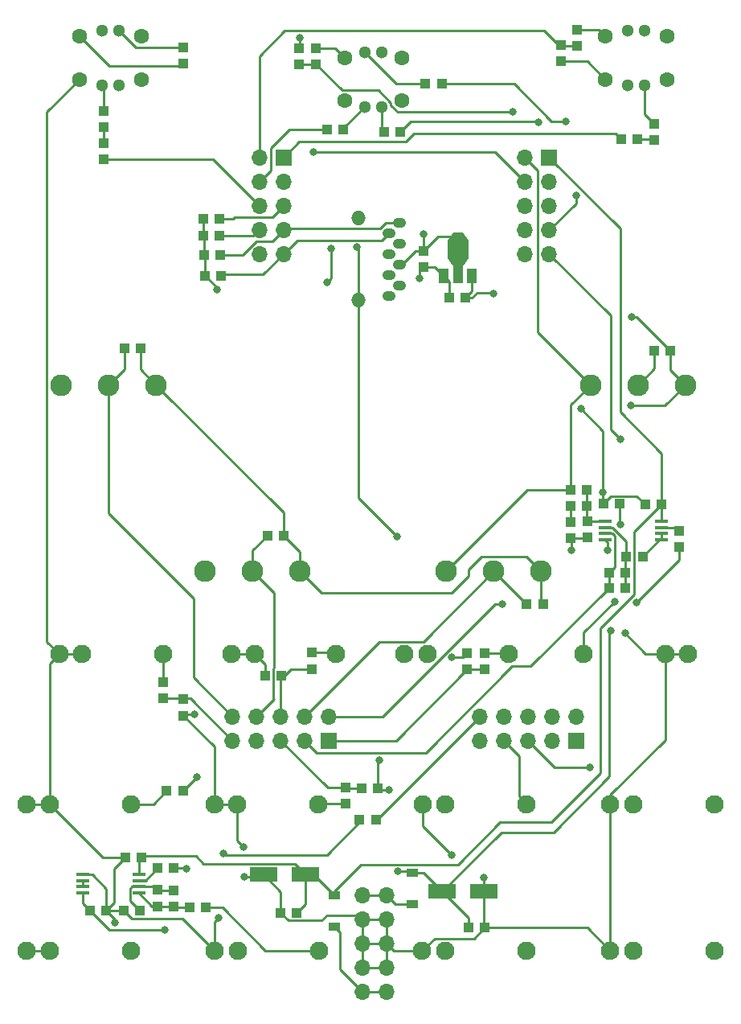
<source format=gbr>
G04 #@! TF.GenerationSoftware,KiCad,Pcbnew,7.0.1-0*
G04 #@! TF.CreationDate,2023-04-06T10:22:02-07:00*
G04 #@! TF.ProjectId,Sampler-built,53616d70-6c65-4722-9d62-75696c742e6b,rev?*
G04 #@! TF.SameCoordinates,PXb71b00PY73f50f0*
G04 #@! TF.FileFunction,Copper,L1,Top*
G04 #@! TF.FilePolarity,Positive*
%FSLAX46Y46*%
G04 Gerber Fmt 4.6, Leading zero omitted, Abs format (unit mm)*
G04 Created by KiCad (PCBNEW 7.0.1-0) date 2023-04-06 10:22:02*
%MOMM*%
%LPD*%
G01*
G04 APERTURE LIST*
G04 Aperture macros list*
%AMOutline4P*
0 Free polygon, 4 corners , with rotation*
0 The origin of the aperture is its center*
0 number of corners: always 4*
0 $1 to $8 corner X, Y*
0 $9 Rotation angle, in degrees counterclockwise*
0 create outline with 4 corners*
4,1,4,$1,$2,$3,$4,$5,$6,$7,$8,$1,$2,$9*%
G04 Aperture macros list end*
G04 #@! TA.AperFunction,SMDPad,CuDef*
%ADD10R,1.000000X1.000000*%
G04 #@! TD*
G04 #@! TA.AperFunction,SMDPad,CuDef*
%ADD11R,1.200000X0.900000*%
G04 #@! TD*
G04 #@! TA.AperFunction,ComponentPad*
%ADD12R,1.700000X1.700000*%
G04 #@! TD*
G04 #@! TA.AperFunction,ComponentPad*
%ADD13O,1.700000X1.700000*%
G04 #@! TD*
G04 #@! TA.AperFunction,SMDPad,CuDef*
%ADD14R,3.000000X1.600000*%
G04 #@! TD*
G04 #@! TA.AperFunction,SMDPad,CuDef*
%ADD15R,1.450000X0.450000*%
G04 #@! TD*
G04 #@! TA.AperFunction,SMDPad,CuDef*
%ADD16R,1.000000X1.500000*%
G04 #@! TD*
G04 #@! TA.AperFunction,SMDPad,CuDef*
%ADD17R,1.000000X1.800000*%
G04 #@! TD*
G04 #@! TA.AperFunction,SMDPad,CuDef*
%ADD18Outline4P,-1.100000X-0.500000X1.100000X-0.500000X0.400000X0.500000X-0.400000X0.500000X180.000000*%
G04 #@! TD*
G04 #@! TA.AperFunction,SMDPad,CuDef*
%ADD19R,2.200000X1.840000*%
G04 #@! TD*
G04 #@! TA.AperFunction,SMDPad,CuDef*
%ADD20Outline4P,-1.100000X-0.425000X1.100000X-0.425000X0.500000X0.425000X-0.500000X0.425000X0.000000*%
G04 #@! TD*
G04 #@! TA.AperFunction,ComponentPad*
%ADD21C,1.930400*%
G04 #@! TD*
G04 #@! TA.AperFunction,ComponentPad*
%ADD22C,1.600000*%
G04 #@! TD*
G04 #@! TA.AperFunction,ComponentPad*
%ADD23C,1.300000*%
G04 #@! TD*
G04 #@! TA.AperFunction,ComponentPad*
%ADD24O,1.397000X1.092200*%
G04 #@! TD*
G04 #@! TA.AperFunction,ComponentPad*
%ADD25O,1.524000X1.524000*%
G04 #@! TD*
G04 #@! TA.AperFunction,ComponentPad*
%ADD26C,2.286000*%
G04 #@! TD*
G04 #@! TA.AperFunction,ViaPad*
%ADD27C,0.800000*%
G04 #@! TD*
G04 #@! TA.AperFunction,Conductor*
%ADD28C,0.250000*%
G04 #@! TD*
G04 APERTURE END LIST*
D10*
G04 #@! TO.P,C7,1*
G04 #@! TO.N,+12V*
X49060000Y10330000D03*
G04 #@! TO.P,C7,2*
G04 #@! TO.N,GND*
X50760000Y10330000D03*
G04 #@! TD*
G04 #@! TO.P,C17,1*
G04 #@! TO.N,/D12*
X31200000Y101210000D03*
G04 #@! TO.P,C17,2*
G04 #@! TO.N,GND*
X31200000Y102910000D03*
G04 #@! TD*
G04 #@! TO.P,R26,1*
G04 #@! TO.N,Net-(PLAY_BUT1-POLE-A)*
X33000000Y102910000D03*
G04 #@! TO.P,R26,2*
G04 #@! TO.N,/D12*
X33000000Y101210000D03*
G04 #@! TD*
G04 #@! TO.P,R2,1*
G04 #@! TO.N,Net-(J1-SIG)*
X50710000Y39230000D03*
G04 #@! TO.P,R2,2*
G04 #@! TO.N,/A0*
X50710000Y37530000D03*
G04 #@! TD*
G04 #@! TO.P,R37,1*
G04 #@! TO.N,Net-(R37-Pad1)*
X59760000Y54710000D03*
G04 #@! TO.P,R37,2*
G04 #@! TO.N,Net-(U1B-+)*
X61460000Y54710000D03*
G04 #@! TD*
D11*
G04 #@! TO.P,D2,1,K*
G04 #@! TO.N,Net-(D2-K)*
X34870000Y10420000D03*
G04 #@! TO.P,D2,2,A*
G04 #@! TO.N,-12VA*
X34870000Y13720000D03*
G04 #@! TD*
D10*
G04 #@! TO.P,R33,1*
G04 #@! TO.N,Net-(J13-SIG)*
X36050000Y23370000D03*
G04 #@! TO.P,R33,2*
G04 #@! TO.N,/A4*
X36050000Y25070000D03*
G04 #@! TD*
D12*
G04 #@! TO.P,JC1,1,+12V*
G04 #@! TO.N,/A0*
X34351978Y30026200D03*
D13*
G04 #@! TO.P,JC1,2,+12V*
G04 #@! TO.N,/A1*
X34351978Y32566200D03*
G04 #@! TO.P,JC1,3,GND*
G04 #@! TO.N,/A2*
X31811978Y30026200D03*
G04 #@! TO.P,JC1,4,GND*
G04 #@! TO.N,/A3*
X31811978Y32566200D03*
G04 #@! TO.P,JC1,5,GND*
G04 #@! TO.N,/A4*
X29271978Y30026200D03*
G04 #@! TO.P,JC1,6,GND*
G04 #@! TO.N,/A5*
X29271978Y32566200D03*
G04 #@! TO.P,JC1,7,GND*
G04 #@! TO.N,/A6*
X26731978Y30026200D03*
G04 #@! TO.P,JC1,8,GND*
G04 #@! TO.N,/A7*
X26731978Y32566200D03*
G04 #@! TO.P,JC1,9,-12V*
G04 #@! TO.N,/A8*
X24191978Y30026200D03*
G04 #@! TO.P,JC1,10,-12V*
G04 #@! TO.N,/A9*
X24191978Y32566200D03*
G04 #@! TD*
D10*
G04 #@! TO.P,R16,1*
G04 #@! TO.N,Net-(R16-Pad1)*
X68600000Y93260000D03*
G04 #@! TO.P,R16,2*
G04 #@! TO.N,Net-(Bank_But1-B)*
X68600000Y94960000D03*
G04 #@! TD*
G04 #@! TO.P,C1,1*
G04 #@! TO.N,/A1*
X68620000Y71040000D03*
G04 #@! TO.P,C1,2*
G04 #@! TO.N,GNDADC*
X70320000Y71040000D03*
G04 #@! TD*
D14*
G04 #@! TO.P,C4,1*
G04 #@! TO.N,+12V*
X46260000Y14130000D03*
G04 #@! TO.P,C4,2*
G04 #@! TO.N,GND*
X50660000Y14130000D03*
G04 #@! TD*
D10*
G04 #@! TO.P,R5,1*
G04 #@! TO.N,GND*
X48870000Y39200000D03*
G04 #@! TO.P,R5,2*
G04 #@! TO.N,/A0*
X48870000Y37500000D03*
G04 #@! TD*
G04 #@! TO.P,R14,1*
G04 #@! TO.N,Net-(U2A--)*
X16310000Y14290000D03*
G04 #@! TO.P,R14,2*
G04 #@! TO.N,Net-(C11-Pad2)*
X16310000Y12590000D03*
G04 #@! TD*
G04 #@! TO.P,R25,1*
G04 #@! TO.N,Net-(Bank_But1-POLE-A)*
X60490000Y104840000D03*
G04 #@! TO.P,R25,2*
G04 #@! TO.N,/D6*
X60490000Y103140000D03*
G04 #@! TD*
G04 #@! TO.P,C15,1*
G04 #@! TO.N,-12VA*
X14590000Y17740000D03*
G04 #@! TO.P,C15,2*
G04 #@! TO.N,GND*
X12890000Y17740000D03*
G04 #@! TD*
G04 #@! TO.P,C19,1*
G04 #@! TO.N,+12V*
X48710000Y76630000D03*
G04 #@! TO.P,C19,2*
G04 #@! TO.N,GND*
X47010000Y76630000D03*
G04 #@! TD*
G04 #@! TO.P,C20,1*
G04 #@! TO.N,+3V3*
X44330000Y81550000D03*
G04 #@! TO.P,C20,2*
G04 #@! TO.N,GND*
X44330000Y79850000D03*
G04 #@! TD*
D11*
G04 #@! TO.P,D1,1,K*
G04 #@! TO.N,+12V*
X43160000Y16100000D03*
G04 #@! TO.P,D1,2,A*
G04 #@! TO.N,Net-(D1-A)*
X43160000Y12800000D03*
G04 #@! TD*
D10*
G04 #@! TO.P,C13,1*
G04 #@! TO.N,-12VA*
X69350000Y54880000D03*
G04 #@! TO.P,C13,2*
G04 #@! TO.N,GND*
X67650000Y54880000D03*
G04 #@! TD*
G04 #@! TO.P,R23,1*
G04 #@! TO.N,Net-(PLAY_BUT1-G)*
X44510000Y99160000D03*
G04 #@! TO.P,R23,2*
G04 #@! TO.N,/D14*
X46210000Y99160000D03*
G04 #@! TD*
G04 #@! TO.P,C9,1*
G04 #@! TO.N,/A7*
X27850000Y51610000D03*
G04 #@! TO.P,C9,2*
G04 #@! TO.N,GNDADC*
X29550000Y51610000D03*
G04 #@! TD*
G04 #@! TO.P,R17,1*
G04 #@! TO.N,Net-(J5-SIG)*
X37570000Y21730000D03*
G04 #@! TO.P,R17,2*
G04 #@! TO.N,/D2*
X39270000Y21730000D03*
G04 #@! TD*
D15*
G04 #@! TO.P,U1,1*
G04 #@! TO.N,Net-(U1A--)*
X69350000Y51155000D03*
G04 #@! TO.P,U1,2,-*
X69350000Y51805000D03*
G04 #@! TO.P,U1,3,+*
G04 #@! TO.N,Net-(U1A-+)*
X69350000Y52455000D03*
G04 #@! TO.P,U1,4,V-*
G04 #@! TO.N,-12VA*
X69350000Y53105000D03*
G04 #@! TO.P,U1,5,+*
G04 #@! TO.N,Net-(U1B-+)*
X63450000Y53105000D03*
G04 #@! TO.P,U1,6,-*
G04 #@! TO.N,Net-(U1B--)*
X63450000Y52455000D03*
G04 #@! TO.P,U1,7*
G04 #@! TO.N,/A2*
X63450000Y51805000D03*
G04 #@! TO.P,U1,8,V+*
G04 #@! TO.N,+12V*
X63450000Y51155000D03*
G04 #@! TD*
D10*
G04 #@! TO.P,R30,1*
G04 #@! TO.N,+3V3*
X21080000Y83140000D03*
G04 #@! TO.P,R30,2*
G04 #@! TO.N,/D4*
X22780000Y83140000D03*
G04 #@! TD*
G04 #@! TO.P,R21,1*
G04 #@! TO.N,Net-(R21-Pad1)*
X10600000Y94580000D03*
G04 #@! TO.P,R21,2*
G04 #@! TO.N,Net-(REV_BUT1-R)*
X10600000Y96280000D03*
G04 #@! TD*
G04 #@! TO.P,R20,1*
G04 #@! TO.N,Net-(J6-SIG)*
X17250000Y24760000D03*
G04 #@! TO.P,R20,2*
G04 #@! TO.N,/D13*
X18950000Y24760000D03*
G04 #@! TD*
D13*
G04 #@! TO.P,J14,1,+12V*
G04 #@! TO.N,Net-(D1-A)*
X37830000Y13770000D03*
G04 #@! TO.P,J14,2,+12V*
X40370000Y13770000D03*
G04 #@! TO.P,J14,3,GND*
G04 #@! TO.N,GND*
X37830000Y11230000D03*
G04 #@! TO.P,J14,4,GND*
X40370000Y11230000D03*
G04 #@! TO.P,J14,5,GND*
X37830000Y8690000D03*
G04 #@! TO.P,J14,6,GND*
X40370000Y8690000D03*
G04 #@! TO.P,J14,7,GND*
X37830000Y6150000D03*
G04 #@! TO.P,J14,8,GND*
X40370000Y6150000D03*
G04 #@! TO.P,J14,9,-12V*
G04 #@! TO.N,Net-(D2-K)*
X37830000Y3610000D03*
G04 #@! TO.P,J14,10,-12V*
X40370000Y3610000D03*
G04 #@! TD*
D10*
G04 #@! TO.P,R4,1*
G04 #@! TO.N,Net-(J3-SIG)*
X16880000Y36160000D03*
G04 #@! TO.P,R4,2*
G04 #@! TO.N,/A8*
X16880000Y34460000D03*
G04 #@! TD*
G04 #@! TO.P,R28,1*
G04 #@! TO.N,+3V3*
X21090000Y84970000D03*
G04 #@! TO.P,R28,2*
G04 #@! TO.N,/D18*
X22790000Y84970000D03*
G04 #@! TD*
G04 #@! TO.P,R40,1*
G04 #@! TO.N,/D5*
X65150000Y93320000D03*
G04 #@! TO.P,R40,2*
G04 #@! TO.N,Net-(R16-Pad1)*
X66850000Y93320000D03*
G04 #@! TD*
G04 #@! TO.P,R1,1*
G04 #@! TO.N,Net-(J4-SIG)*
X71220000Y50390000D03*
G04 #@! TO.P,R1,2*
G04 #@! TO.N,Net-(U1A-+)*
X71220000Y52090000D03*
G04 #@! TD*
G04 #@! TO.P,R41,1*
G04 #@! TO.N,/D7*
X10610000Y91170000D03*
G04 #@! TO.P,R41,2*
G04 #@! TO.N,Net-(R21-Pad1)*
X10610000Y92870000D03*
G04 #@! TD*
G04 #@! TO.P,R12,1*
G04 #@! TO.N,/D15*
X17990000Y16580000D03*
G04 #@! TO.P,R12,2*
G04 #@! TO.N,Net-(U2A-+)*
X16290000Y16580000D03*
G04 #@! TD*
G04 #@! TO.P,C8,1*
G04 #@! TO.N,-12VA*
X30960000Y11900000D03*
G04 #@! TO.P,C8,2*
G04 #@! TO.N,GND*
X29260000Y11900000D03*
G04 #@! TD*
G04 #@! TO.P,R27,1*
G04 #@! TO.N,+3V3*
X19030000Y103000000D03*
G04 #@! TO.P,R27,2*
G04 #@! TO.N,/A6*
X19030000Y101300000D03*
G04 #@! TD*
G04 #@! TO.P,C6,1*
G04 #@! TO.N,/A2*
X63820000Y46070000D03*
G04 #@! TO.P,C6,2*
G04 #@! TO.N,Net-(U1B--)*
X65520000Y46070000D03*
G04 #@! TD*
G04 #@! TO.P,R6,1*
G04 #@! TO.N,GND*
X27630000Y36880000D03*
G04 #@! TO.P,R6,2*
G04 #@! TO.N,/A5*
X29330000Y36880000D03*
G04 #@! TD*
G04 #@! TO.P,R9,1*
G04 #@! TO.N,GND*
X59790000Y51360000D03*
G04 #@! TO.P,R9,2*
G04 #@! TO.N,Net-(R37-Pad1)*
X59790000Y53060000D03*
G04 #@! TD*
G04 #@! TO.P,R32,1*
G04 #@! TO.N,+3V3*
X21210000Y81110000D03*
G04 #@! TO.P,R32,2*
G04 #@! TO.N,/D17*
X22910000Y81110000D03*
G04 #@! TD*
G04 #@! TO.P,C2,1*
G04 #@! TO.N,/A9*
X12770000Y71290000D03*
G04 #@! TO.P,C2,2*
G04 #@! TO.N,GNDADC*
X14470000Y71290000D03*
G04 #@! TD*
G04 #@! TO.P,R13,1*
G04 #@! TO.N,GND*
X12710000Y12100000D03*
G04 #@! TO.P,R13,2*
G04 #@! TO.N,Net-(U2A--)*
X14410000Y12100000D03*
G04 #@! TD*
G04 #@! TO.P,R19,1*
G04 #@! TO.N,/D8*
X34110000Y94320000D03*
G04 #@! TO.P,R19,2*
G04 #@! TO.N,Net-(PLAY_BUT1-R)*
X35810000Y94320000D03*
G04 #@! TD*
D14*
G04 #@! TO.P,C5,1*
G04 #@! TO.N,GND*
X27460000Y15900000D03*
G04 #@! TO.P,C5,2*
G04 #@! TO.N,-12VA*
X31860000Y15900000D03*
G04 #@! TD*
D10*
G04 #@! TO.P,C14,1*
G04 #@! TO.N,+12V*
X9170000Y12130000D03*
G04 #@! TO.P,C14,2*
G04 #@! TO.N,GND*
X10870000Y12130000D03*
G04 #@! TD*
G04 #@! TO.P,R34,1*
G04 #@! TO.N,GND*
X39490000Y24980000D03*
G04 #@! TO.P,R34,2*
G04 #@! TO.N,/A4*
X37790000Y24980000D03*
G04 #@! TD*
D12*
G04 #@! TO.P,JA1,1,+12V*
G04 #@! TO.N,-12VA*
X57542000Y91376192D03*
D13*
G04 #@! TO.P,JA1,2,+12V*
G04 #@! TO.N,VREF+*
X55002000Y91376192D03*
G04 #@! TO.P,JA1,3,GND*
G04 #@! TO.N,/D11*
X57542000Y88836192D03*
G04 #@! TO.P,JA1,4,GND*
G04 #@! TO.N,/D10*
X55002000Y88836192D03*
G04 #@! TO.P,JA1,5,GND*
G04 #@! TO.N,/D14*
X57542000Y86296192D03*
G04 #@! TO.P,JA1,6,GND*
G04 #@! TO.N,/D12*
X55002000Y86296192D03*
G04 #@! TO.P,JA1,7,GND*
G04 #@! TO.N,GND*
X57542000Y83756192D03*
G04 #@! TO.P,JA1,8,GND*
G04 #@! TO.N,GNDADC*
X55002000Y83756192D03*
G04 #@! TO.P,JA1,9,-12V*
G04 #@! TO.N,+12V*
X57542000Y81216192D03*
G04 #@! TO.P,JA1,10,-12V*
G04 #@! TO.N,/Unused(5V)*
X55002000Y81216192D03*
G04 #@! TD*
D10*
G04 #@! TO.P,R31,1*
G04 #@! TO.N,+3V3*
X21300000Y78960000D03*
G04 #@! TO.P,R31,2*
G04 #@! TO.N,/D16*
X23000000Y78960000D03*
G04 #@! TD*
D15*
G04 #@! TO.P,U2,1*
G04 #@! TO.N,Net-(C11-Pad2)*
X14310000Y13985000D03*
G04 #@! TO.P,U2,2,-*
G04 #@! TO.N,Net-(U2A--)*
X14310000Y14635000D03*
G04 #@! TO.P,U2,3,+*
G04 #@! TO.N,Net-(U2A-+)*
X14310000Y15285000D03*
G04 #@! TO.P,U2,4,V-*
G04 #@! TO.N,-12VA*
X14310000Y15935000D03*
G04 #@! TO.P,U2,5,+*
G04 #@! TO.N,GND*
X8410000Y15935000D03*
G04 #@! TO.P,U2,6,-*
G04 #@! TO.N,Net-(U2B--)*
X8410000Y15285000D03*
G04 #@! TO.P,U2,7*
X8410000Y14635000D03*
G04 #@! TO.P,U2,8,V+*
G04 #@! TO.N,+12V*
X8410000Y13985000D03*
G04 #@! TD*
D10*
G04 #@! TO.P,R7,1*
G04 #@! TO.N,GND*
X19010000Y32660000D03*
G04 #@! TO.P,R7,2*
G04 #@! TO.N,/A8*
X19010000Y34360000D03*
G04 #@! TD*
D16*
G04 #@! TO.P,U3,1,GND*
G04 #@! TO.N,GND*
X46410000Y78900000D03*
D17*
G04 #@! TO.P,U3,2,VO*
G04 #@! TO.N,+3V3*
X47910000Y79046500D03*
D18*
X47910000Y80303800D03*
D19*
X47910000Y81713500D03*
D20*
X47910000Y83047000D03*
D16*
G04 #@! TO.P,U3,3,VIN*
G04 #@! TO.N,+12V*
X49410000Y78900000D03*
G04 #@! TD*
D10*
G04 #@! TO.P,C12,1*
G04 #@! TO.N,+12V*
X64940000Y54950000D03*
G04 #@! TO.P,C12,2*
G04 #@! TO.N,GND*
X63240000Y54950000D03*
G04 #@! TD*
G04 #@! TO.P,C16,1*
G04 #@! TO.N,/D6*
X58740000Y103210000D03*
G04 #@! TO.P,C16,2*
G04 #@! TO.N,GND*
X58740000Y101510000D03*
G04 #@! TD*
G04 #@! TO.P,R11,1*
G04 #@! TO.N,Net-(U1B-+)*
X61500000Y56380000D03*
G04 #@! TO.P,R11,2*
G04 #@! TO.N,VREF+*
X59800000Y56380000D03*
G04 #@! TD*
G04 #@! TO.P,R10,1*
G04 #@! TO.N,/A2*
X63870000Y47690000D03*
G04 #@! TO.P,R10,2*
G04 #@! TO.N,Net-(U1B--)*
X65570000Y47690000D03*
G04 #@! TD*
G04 #@! TO.P,R15,1*
G04 #@! TO.N,Net-(C11-Pad2)*
X19640000Y12470000D03*
G04 #@! TO.P,R15,2*
G04 #@! TO.N,Net-(J7-SIG)*
X21340000Y12470000D03*
G04 #@! TD*
G04 #@! TO.P,C11,1*
G04 #@! TO.N,Net-(U2A--)*
X17980000Y14230000D03*
G04 #@! TO.P,C11,2*
G04 #@! TO.N,Net-(C11-Pad2)*
X17980000Y12530000D03*
G04 #@! TD*
G04 #@! TO.P,R18,1*
G04 #@! TO.N,/D11*
X41890000Y94110000D03*
G04 #@! TO.P,R18,2*
G04 #@! TO.N,Net-(PLAY_BUT1-B)*
X40190000Y94110000D03*
G04 #@! TD*
D12*
G04 #@! TO.P,JB1,1,+12V*
G04 #@! TO.N,/AUDIO_OUT2*
X60352002Y30026200D03*
D13*
G04 #@! TO.P,JB1,2,+12V*
G04 #@! TO.N,/D0*
X60352002Y32566200D03*
G04 #@! TO.P,JB1,3,GND*
G04 #@! TO.N,/AUDIO_OUT1*
X57812002Y30026200D03*
G04 #@! TO.P,JB1,4,GND*
G04 #@! TO.N,/D1*
X57812002Y32566200D03*
G04 #@! TO.P,JB1,5,GND*
G04 #@! TO.N,/AUDIO_IN2*
X55272002Y30026200D03*
G04 #@! TO.P,JB1,6,GND*
G04 #@! TO.N,/D15*
X55272002Y32566200D03*
G04 #@! TO.P,JB1,7,GND*
G04 #@! TO.N,/AUDIO_IN1*
X52732002Y30026200D03*
G04 #@! TO.P,JB1,8,GND*
G04 #@! TO.N,/D13*
X52732002Y32566200D03*
G04 #@! TO.P,JB1,9,-12V*
G04 #@! TO.N,/D3*
X50192002Y30026200D03*
G04 #@! TO.P,JB1,10,-12V*
G04 #@! TO.N,/D2*
X50192002Y32566200D03*
G04 #@! TD*
D10*
G04 #@! TO.P,R8,1*
G04 #@! TO.N,Net-(U1A--)*
X67380000Y49400000D03*
G04 #@! TO.P,R8,2*
G04 #@! TO.N,Net-(U1B--)*
X65680000Y49400000D03*
G04 #@! TD*
G04 #@! TO.P,C3,1*
G04 #@! TO.N,GND*
X61570000Y51420000D03*
G04 #@! TO.P,C3,2*
G04 #@! TO.N,Net-(U1B-+)*
X61570000Y53120000D03*
G04 #@! TD*
D12*
G04 #@! TO.P,JD1,1,+12V*
G04 #@! TO.N,/D5*
X29541980Y91376192D03*
D13*
G04 #@! TO.P,JD1,2,+12V*
G04 #@! TO.N,/D6*
X27001980Y91376192D03*
G04 #@! TO.P,JD1,3,GND*
G04 #@! TO.N,/D19*
X29541980Y88836192D03*
G04 #@! TO.P,JD1,4,GND*
G04 #@! TO.N,/D8*
X27001980Y88836192D03*
G04 #@! TO.P,JD1,5,GND*
G04 #@! TO.N,/D18*
X29541980Y86296192D03*
G04 #@! TO.P,JD1,6,GND*
G04 #@! TO.N,/D7*
X27001980Y86296192D03*
G04 #@! TO.P,JD1,7,GND*
G04 #@! TO.N,/D17*
X29541980Y83756192D03*
G04 #@! TO.P,JD1,8,GND*
G04 #@! TO.N,/D4*
X27001980Y83756192D03*
G04 #@! TO.P,JD1,9,-12V*
G04 #@! TO.N,/D16*
X29541980Y81216192D03*
G04 #@! TO.P,JD1,10,-12V*
G04 #@! TO.N,/D9*
X27001980Y81216192D03*
G04 #@! TD*
D10*
G04 #@! TO.P,R3,1*
G04 #@! TO.N,Net-(J2-SIG)*
X32530000Y39270000D03*
G04 #@! TO.P,R3,2*
G04 #@! TO.N,/A5*
X32530000Y37570000D03*
G04 #@! TD*
G04 #@! TO.P,C10,1*
G04 #@! TO.N,/A3*
X55180000Y44410000D03*
G04 #@! TO.P,C10,2*
G04 #@! TO.N,GNDADC*
X56880000Y44410000D03*
G04 #@! TD*
D21*
G04 #@! TO.P,J10,1,SIG*
G04 #@! TO.N,/AUDIO_IN1*
X55164000Y23332764D03*
G04 #@! TO.P,J10,2,SHEILD*
G04 #@! TO.N,GND*
X44191200Y23332764D03*
G04 #@! TO.P,J10,3,SW*
G04 #@! TO.N,unconnected-(J10-SW-Pad3)*
X46604200Y23332764D03*
G04 #@! TD*
D22*
G04 #@! TO.P,Bank_But1,1,UP-A*
G04 #@! TO.N,unconnected-(Bank_But1-UP-A-Pad1)*
X69950000Y104132764D03*
G04 #@! TO.P,Bank_But1,2,POLE-A*
G04 #@! TO.N,Net-(Bank_But1-POLE-A)*
X63450000Y104132764D03*
G04 #@! TO.P,Bank_But1,3,DOWN-A*
G04 #@! TO.N,unconnected-(Bank_But1-DOWN-A-Pad3)*
X69950000Y99632764D03*
G04 #@! TO.P,Bank_But1,4,UP-B*
G04 #@! TO.N,GND*
X63450000Y99632764D03*
D23*
G04 #@! TO.P,Bank_But1,5,CA*
G04 #@! TO.N,+3V3*
X67600000Y104782764D03*
G04 #@! TO.P,Bank_But1,6,G*
G04 #@! TO.N,/D0*
X65800000Y104782764D03*
G04 #@! TO.P,Bank_But1,7,R*
G04 #@! TO.N,/D1*
X65800000Y98982764D03*
G04 #@! TO.P,Bank_But1,8,B*
G04 #@! TO.N,Net-(Bank_But1-B)*
X67600000Y98982764D03*
G04 #@! TD*
D24*
G04 #@! TO.P,SD1,1,DAT2*
G04 #@! TO.N,/D18*
X40630000Y76850249D03*
G04 #@! TO.P,SD1,2,CD/DAT3*
G04 #@! TO.N,/D19*
X41729820Y77950069D03*
G04 #@! TO.P,SD1,3,CMD*
G04 #@! TO.N,/D4*
X40630000Y79050143D03*
G04 #@! TO.P,SD1,4,VDD*
G04 #@! TO.N,+3V3*
X41729820Y80149963D03*
G04 #@! TO.P,SD1,5,CLK*
G04 #@! TO.N,/D9*
X40630000Y81250037D03*
G04 #@! TO.P,SD1,6,VSS*
G04 #@! TO.N,GND*
X41729820Y82349857D03*
G04 #@! TO.P,SD1,7,DAT0*
G04 #@! TO.N,/D16*
X40630000Y83449931D03*
G04 #@! TO.P,SD1,8,DAT1*
G04 #@! TO.N,/D17*
X41729820Y84549751D03*
D25*
G04 #@! TO.P,SD1,9,SHELL1*
G04 #@! TO.N,GND*
X37460080Y76407400D03*
G04 #@! TO.P,SD1,10,SHELL2*
X37460080Y84992600D03*
G04 #@! TD*
D26*
G04 #@! TO.P,POT_LENGTH1,1,Left*
G04 #@! TO.N,GNDADC*
X31300000Y47866000D03*
G04 #@! TO.P,POT_LENGTH1,2,Center*
G04 #@! TO.N,/A7*
X26300000Y47866000D03*
G04 #@! TO.P,POT_LENGTH1,3,Right*
G04 #@! TO.N,VREF+*
X21300000Y47866000D03*
G04 #@! TD*
D21*
G04 #@! TO.P,J2,1,SIG*
G04 #@! TO.N,Net-(J2-SIG)*
X35057000Y39132764D03*
G04 #@! TO.P,J2,2,SHEILD*
G04 #@! TO.N,GND*
X24084200Y39132764D03*
G04 #@! TO.P,J2,3,SW*
X26497200Y39132764D03*
G04 #@! TD*
D26*
G04 #@! TO.P,POT_PITCH1,1,Left*
G04 #@! TO.N,GNDADC*
X71900000Y67453764D03*
G04 #@! TO.P,POT_PITCH1,2,Center*
G04 #@! TO.N,/A1*
X66900000Y67453764D03*
G04 #@! TO.P,POT_PITCH1,3,Right*
G04 #@! TO.N,VREF+*
X61900000Y67453764D03*
G04 #@! TD*
D21*
G04 #@! TO.P,J7,1,SIG*
G04 #@! TO.N,Net-(J7-SIG)*
X33277000Y7907764D03*
G04 #@! TO.P,J7,2,SHEILD*
G04 #@! TO.N,GND*
X22304200Y7907764D03*
G04 #@! TO.P,J7,3,SW*
G04 #@! TO.N,unconnected-(J7-SW-Pad3)*
X24717200Y7907764D03*
G04 #@! TD*
G04 #@! TO.P,J6,1,SIG*
G04 #@! TO.N,Net-(J6-SIG)*
X13482000Y23332764D03*
G04 #@! TO.P,J6,2,SHEILD*
G04 #@! TO.N,GND*
X2509200Y23332764D03*
G04 #@! TO.P,J6,3,SW*
X4922200Y23332764D03*
G04 #@! TD*
G04 #@! TO.P,J4,1,SIG*
G04 #@! TO.N,Net-(J4-SIG)*
X61193000Y39132764D03*
G04 #@! TO.P,J4,2,SHEILD*
G04 #@! TO.N,GND*
X72165800Y39132764D03*
G04 #@! TO.P,J4,3,SW*
X69752800Y39132764D03*
G04 #@! TD*
D22*
G04 #@! TO.P,REV_BUT1,1,UP-A*
G04 #@! TO.N,unconnected-(REV_BUT1-UP-A-Pad1)*
X14550000Y104132764D03*
G04 #@! TO.P,REV_BUT1,2,POLE-A*
G04 #@! TO.N,/A6*
X8050000Y104132764D03*
G04 #@! TO.P,REV_BUT1,3,DOWN-A*
G04 #@! TO.N,unconnected-(REV_BUT1-DOWN-A-Pad3)*
X14550000Y99632764D03*
G04 #@! TO.P,REV_BUT1,4,UP-B*
G04 #@! TO.N,GND*
X8050000Y99632764D03*
D23*
G04 #@! TO.P,REV_BUT1,5,CA*
G04 #@! TO.N,+3V3*
X12200000Y104782764D03*
G04 #@! TO.P,REV_BUT1,6,G*
G04 #@! TO.N,/D10*
X10400000Y104782764D03*
G04 #@! TO.P,REV_BUT1,7,R*
G04 #@! TO.N,Net-(REV_BUT1-R)*
X10400000Y98982764D03*
G04 #@! TO.P,REV_BUT1,8,B*
G04 #@! TO.N,/D3*
X12200000Y98982764D03*
G04 #@! TD*
D21*
G04 #@! TO.P,J5,1,SIG*
G04 #@! TO.N,Net-(J5-SIG)*
X13482000Y7907764D03*
G04 #@! TO.P,J5,2,SHEILD*
G04 #@! TO.N,GND*
X2509200Y7907764D03*
G04 #@! TO.P,J5,3,SW*
X4922200Y7907764D03*
G04 #@! TD*
G04 #@! TO.P,J9,1,SIG*
G04 #@! TO.N,/AUDIO_OUT1*
X55137000Y7907764D03*
G04 #@! TO.P,J9,2,SHEILD*
G04 #@! TO.N,GND*
X44164200Y7907764D03*
G04 #@! TO.P,J9,3,SW*
G04 #@! TO.N,unconnected-(J9-SW-Pad3)*
X46577200Y7907764D03*
G04 #@! TD*
G04 #@! TO.P,J8,1,SIG*
G04 #@! TO.N,/AUDIO_IN2*
X74932000Y23332764D03*
G04 #@! TO.P,J8,2,SHEILD*
G04 #@! TO.N,GND*
X63959200Y23332764D03*
G04 #@! TO.P,J8,3,SW*
G04 #@! TO.N,unconnected-(J8-SW-Pad3)*
X66372200Y23332764D03*
G04 #@! TD*
G04 #@! TO.P,J1,1,SIG*
G04 #@! TO.N,Net-(J1-SIG)*
X53282000Y39132764D03*
G04 #@! TO.P,J1,2,SHEILD*
G04 #@! TO.N,GND*
X42309200Y39132764D03*
G04 #@! TO.P,J1,3,SW*
X44722200Y39132764D03*
G04 #@! TD*
G04 #@! TO.P,J11,1,SIG*
G04 #@! TO.N,/AUDIO_OUT2*
X74932000Y7907764D03*
G04 #@! TO.P,J11,2,SHEILD*
G04 #@! TO.N,GND*
X63959200Y7907764D03*
G04 #@! TO.P,J11,3,SW*
G04 #@! TO.N,unconnected-(J11-SW-Pad3)*
X66372200Y7907764D03*
G04 #@! TD*
G04 #@! TO.P,J13,1,SIG*
G04 #@! TO.N,Net-(J13-SIG)*
X33250000Y23332764D03*
G04 #@! TO.P,J13,2,SHEILD*
G04 #@! TO.N,GND*
X22277200Y23332764D03*
G04 #@! TO.P,J13,3,SW*
X24690200Y23332764D03*
G04 #@! TD*
D26*
G04 #@! TO.P,POT_START1,1,Left*
G04 #@! TO.N,GNDADC*
X56700000Y47821681D03*
G04 #@! TO.P,POT_START1,2,Center*
G04 #@! TO.N,/A3*
X51700000Y47821681D03*
G04 #@! TO.P,POT_START1,3,Right*
G04 #@! TO.N,VREF+*
X46700000Y47821681D03*
G04 #@! TD*
D22*
G04 #@! TO.P,PLAY_BUT1,1,UP-A*
G04 #@! TO.N,unconnected-(PLAY_BUT1-UP-A-Pad1)*
X41996000Y101857764D03*
G04 #@! TO.P,PLAY_BUT1,2,POLE-A*
G04 #@! TO.N,Net-(PLAY_BUT1-POLE-A)*
X36004000Y101857764D03*
G04 #@! TO.P,PLAY_BUT1,3,DOWN-A*
G04 #@! TO.N,unconnected-(PLAY_BUT1-DOWN-A-Pad3)*
X41996000Y97357764D03*
G04 #@! TO.P,PLAY_BUT1,4,UP-B*
G04 #@! TO.N,GND*
X36004000Y97357764D03*
D23*
G04 #@! TO.P,PLAY_BUT1,5,CA*
G04 #@! TO.N,+3V3*
X39900000Y102507764D03*
G04 #@! TO.P,PLAY_BUT1,6,G*
G04 #@! TO.N,Net-(PLAY_BUT1-G)*
X38100000Y102507764D03*
G04 #@! TO.P,PLAY_BUT1,7,R*
G04 #@! TO.N,Net-(PLAY_BUT1-R)*
X38100000Y96707764D03*
G04 #@! TO.P,PLAY_BUT1,8,B*
G04 #@! TO.N,Net-(PLAY_BUT1-B)*
X39900000Y96707764D03*
G04 #@! TD*
D26*
G04 #@! TO.P,POT_SAMP1,1,Left*
G04 #@! TO.N,GNDADC*
X16100000Y67453764D03*
G04 #@! TO.P,POT_SAMP1,2,Center*
G04 #@! TO.N,/A9*
X11100000Y67453764D03*
G04 #@! TO.P,POT_SAMP1,3,Right*
G04 #@! TO.N,VREF+*
X6100000Y67453764D03*
G04 #@! TD*
D21*
G04 #@! TO.P,J3,1,SIG*
G04 #@! TO.N,Net-(J3-SIG)*
X16882000Y39132764D03*
G04 #@! TO.P,J3,2,SHEILD*
G04 #@! TO.N,GND*
X5909200Y39132764D03*
G04 #@! TO.P,J3,3,SW*
X8322200Y39132764D03*
G04 #@! TD*
D27*
G04 #@! TO.N,GND*
X41480000Y51520000D03*
X37240000Y81950000D03*
X60350000Y87390000D03*
X60857701Y64922299D03*
X11780000Y10820000D03*
X39680000Y28000000D03*
X63180000Y56170000D03*
X20140000Y32760000D03*
X43910000Y78660000D03*
X50630000Y15620000D03*
X47280000Y38780000D03*
X25410000Y15720000D03*
X22730000Y11350000D03*
X31260000Y103995500D03*
X25310000Y18860000D03*
X65525602Y41304398D03*
X40660000Y24800000D03*
X47250000Y17980000D03*
X59850000Y50070000D03*
G04 #@! TO.N,+3V3*
X22550000Y77520000D03*
X44280000Y83360000D03*
G04 #@! TO.N,GNDADC*
X66210000Y74620000D03*
X66150000Y65290000D03*
G04 #@! TO.N,+12V*
X17000000Y10090000D03*
X65030000Y52770000D03*
X65030000Y61730000D03*
X63710000Y50060000D03*
X51640000Y77110000D03*
X64040000Y41610000D03*
X41590000Y16240000D03*
G04 #@! TO.N,/D15*
X19330000Y16540000D03*
G04 #@! TO.N,/D13*
X20415000Y26225000D03*
G04 #@! TO.N,/AUDIO_IN2*
X61820000Y27210000D03*
G04 #@! TO.N,/D11*
X56440000Y95090000D03*
G04 #@! TO.N,/D10*
X32690000Y92005500D03*
G04 #@! TO.N,/D14*
X59320000Y95220000D03*
G04 #@! TO.N,/D12*
X53720000Y96170000D03*
G04 #@! TO.N,/D19*
X34110000Y78270000D03*
X34550000Y81800000D03*
G04 #@! TO.N,/A1*
X52600000Y44410000D03*
G04 #@! TO.N,Net-(J4-SIG)*
X66750000Y44540000D03*
X64450000Y44640000D03*
G04 #@! TO.N,Net-(J5-SIG)*
X23190000Y18100000D03*
G04 #@! TD*
D28*
G04 #@! TO.N,GND*
X50660000Y14130000D02*
X50660000Y10430000D01*
X22304200Y10924200D02*
X22730000Y11350000D01*
X59790000Y51360000D02*
X61510000Y51360000D01*
X8050000Y99632764D02*
X4632000Y96214764D01*
X25410000Y15720000D02*
X27280000Y15720000D01*
X40370000Y8690000D02*
X40370000Y11230000D01*
X63180000Y62600000D02*
X60857701Y64922299D01*
X41480000Y51520000D02*
X37460080Y55539920D01*
X13535000Y11275000D02*
X12710000Y12100000D01*
X4632000Y96214764D02*
X4632000Y40409964D01*
X4922200Y38145764D02*
X5909200Y39132764D01*
X43910000Y79430000D02*
X44330000Y79850000D01*
X61572764Y101510000D02*
X63450000Y99632764D01*
X63240000Y54950000D02*
X64065000Y55775000D01*
X24084200Y39132764D02*
X26497200Y39132764D01*
X12890000Y17740000D02*
X10514964Y17740000D01*
X10514964Y17740000D02*
X4922200Y23332764D01*
X37460080Y81729920D02*
X37460080Y76407400D01*
X69752800Y39132764D02*
X69752800Y30112800D01*
X22277200Y29392800D02*
X19010000Y32660000D01*
X49627964Y9197964D02*
X45454400Y9197964D01*
X47010000Y78300000D02*
X46410000Y78900000D01*
X72165800Y39132764D02*
X69752800Y39132764D01*
X27630000Y37999964D02*
X26497200Y39132764D01*
X8410000Y15935000D02*
X9385000Y15935000D01*
X57542000Y83756192D02*
X60350000Y86564192D01*
X10870000Y12130000D02*
X11680000Y12940000D01*
X22277200Y23332764D02*
X22277200Y29392800D01*
X11780000Y11220000D02*
X10870000Y12130000D01*
X47010000Y76630000D02*
X47010000Y78300000D01*
X44164200Y7907764D02*
X41152236Y7907764D01*
X47280000Y38780000D02*
X48450000Y38780000D01*
X60350000Y86564192D02*
X60350000Y87390000D01*
X8322200Y39132764D02*
X5909200Y39132764D01*
X50630000Y15620000D02*
X50630000Y14160000D01*
X4632000Y40409964D02*
X5909200Y39132764D01*
X29260000Y14100000D02*
X27460000Y15900000D01*
X37830000Y11230000D02*
X37830000Y8690000D01*
X29260000Y11900000D02*
X29260000Y14100000D01*
X66755000Y55775000D02*
X67650000Y54880000D01*
X50760000Y10330000D02*
X61536964Y10330000D01*
X30085000Y11075000D02*
X33555000Y11075000D01*
X9385000Y15935000D02*
X10870000Y14450000D01*
X37460080Y55539920D02*
X37460080Y76407400D01*
X22304200Y7907764D02*
X18936964Y11275000D01*
X61536964Y10330000D02*
X63959200Y7907764D01*
X44330000Y79850000D02*
X45460000Y79850000D01*
X34135000Y11655000D02*
X37405000Y11655000D01*
X48450000Y38780000D02*
X48870000Y39200000D01*
X67697236Y39132764D02*
X65525602Y41304398D01*
X69752800Y30112800D02*
X63959200Y24319200D01*
X10870000Y12130000D02*
X12680000Y12130000D01*
X45460000Y79850000D02*
X46410000Y78900000D01*
X37240000Y81950000D02*
X37460080Y81729920D01*
X64065000Y55775000D02*
X66755000Y55775000D01*
X59850000Y50070000D02*
X59850000Y51300000D01*
X22304200Y7907764D02*
X22304200Y10924200D01*
X10870000Y14450000D02*
X10870000Y12130000D01*
X63959200Y7907764D02*
X63959200Y23332764D01*
X37830000Y6150000D02*
X40370000Y6150000D01*
X11680000Y16530000D02*
X12890000Y17740000D01*
X63959200Y24319200D02*
X63959200Y23332764D01*
X27630000Y36880000D02*
X27630000Y37999964D01*
X40660000Y24800000D02*
X39670000Y24800000D01*
X37830000Y8690000D02*
X37830000Y6150000D01*
X58740000Y101510000D02*
X61572764Y101510000D01*
X69752800Y39132764D02*
X67697236Y39132764D01*
X33555000Y11075000D02*
X34135000Y11655000D01*
X29260000Y11900000D02*
X30085000Y11075000D01*
X63180000Y56170000D02*
X63180000Y55010000D01*
X37830000Y8690000D02*
X40370000Y8690000D01*
X20140000Y32760000D02*
X19110000Y32760000D01*
X40370000Y8690000D02*
X40370000Y6150000D01*
X11680000Y12940000D02*
X11680000Y16530000D01*
X31260000Y103995500D02*
X31260000Y102970000D01*
X25310000Y18860000D02*
X24690200Y19479800D01*
X2509200Y7907764D02*
X4922200Y7907764D01*
X22277200Y23332764D02*
X24690200Y23332764D01*
X41152236Y7907764D02*
X40370000Y8690000D01*
X45454400Y9197964D02*
X44164200Y7907764D01*
X43910000Y78660000D02*
X43910000Y79430000D01*
X50760000Y10330000D02*
X49627964Y9197964D01*
X39490000Y24980000D02*
X39490000Y27810000D01*
X11780000Y10820000D02*
X11780000Y11220000D01*
X40370000Y11230000D02*
X37830000Y11230000D01*
X44191200Y21038800D02*
X47250000Y17980000D01*
X63180000Y56170000D02*
X63180000Y62600000D01*
X18936964Y11275000D02*
X13535000Y11275000D01*
X39490000Y27810000D02*
X39680000Y28000000D01*
X2509200Y23332764D02*
X4922200Y23332764D01*
X44191200Y23332764D02*
X44191200Y21038800D01*
X24690200Y19479800D02*
X24690200Y23332764D01*
X4922200Y23332764D02*
X4922200Y38145764D01*
G04 #@! TO.N,+3V3*
X21090000Y83150000D02*
X21090000Y84970000D01*
X47910000Y83047000D02*
X45827000Y83047000D01*
X44280000Y82990000D02*
X44330000Y82940000D01*
X44330000Y82940000D02*
X44330000Y81550000D01*
X19030000Y103000000D02*
X13982764Y103000000D01*
X22550000Y77520000D02*
X22550000Y77710000D01*
X21210000Y81110000D02*
X21210000Y83010000D01*
X45827000Y83047000D02*
X44330000Y81550000D01*
X22550000Y77710000D02*
X21300000Y78960000D01*
X44280000Y83360000D02*
X44280000Y82990000D01*
X13982764Y103000000D02*
X12200000Y104782764D01*
X42019963Y80149963D02*
X43420000Y81550000D01*
X41729820Y80149963D02*
X42019963Y80149963D01*
X43420000Y81550000D02*
X44330000Y81550000D01*
X21300000Y78960000D02*
X21300000Y81020000D01*
G04 #@! TO.N,/A4*
X34228178Y25070000D02*
X36050000Y25070000D01*
X29271978Y30026200D02*
X34228178Y25070000D01*
X37790000Y24980000D02*
X36140000Y24980000D01*
G04 #@! TO.N,GNDADC*
X49010000Y48020000D02*
X49010000Y47350000D01*
X31300000Y49860000D02*
X29550000Y51610000D01*
X71900000Y67453764D02*
X69736236Y65290000D01*
X66210000Y74620000D02*
X66740000Y74620000D01*
X14470000Y69083764D02*
X16100000Y67453764D01*
X29550000Y51610000D02*
X29550000Y54003764D01*
X70320000Y71040000D02*
X70320000Y69033764D01*
X55111681Y49410000D02*
X50400000Y49410000D01*
X49010000Y47350000D02*
X47270000Y45610000D01*
X66740000Y74620000D02*
X70320000Y71040000D01*
X47270000Y45610000D02*
X33556000Y45610000D01*
X56700000Y47821681D02*
X55111681Y49410000D01*
X70320000Y69033764D02*
X71900000Y67453764D01*
X31300000Y47866000D02*
X31300000Y49860000D01*
X14470000Y71290000D02*
X14470000Y69083764D01*
X29550000Y54003764D02*
X16100000Y67453764D01*
X33556000Y45610000D02*
X31300000Y47866000D01*
X69736236Y65290000D02*
X66150000Y65290000D01*
X56700000Y47821681D02*
X56700000Y44590000D01*
X50400000Y49410000D02*
X49010000Y48020000D01*
G04 #@! TO.N,/A5*
X32530000Y37570000D02*
X30410000Y37570000D01*
X30410000Y37570000D02*
X30350000Y37510000D01*
X29271978Y32566200D02*
X29271978Y36431978D01*
X29271978Y36431978D02*
X30350000Y37510000D01*
G04 #@! TO.N,Net-(Bank_But1-B)*
X67600000Y98982764D02*
X67600000Y95960000D01*
X67600000Y95960000D02*
X68600000Y94960000D01*
G04 #@! TO.N,+12V*
X46260000Y14130000D02*
X52510000Y20380000D01*
X49060000Y11330000D02*
X46260000Y14130000D01*
X65030000Y61730000D02*
X64000000Y62760000D01*
X43160000Y16100000D02*
X44290000Y16100000D01*
X41590000Y16240000D02*
X43020000Y16240000D01*
X64940000Y54950000D02*
X64940000Y52860000D01*
X17000000Y10090000D02*
X11210000Y10090000D01*
X63900000Y26260000D02*
X63900000Y41470000D01*
X11210000Y10090000D02*
X9170000Y12130000D01*
X8410000Y12890000D02*
X9170000Y12130000D01*
X49410000Y77330000D02*
X49410000Y78900000D01*
X49420000Y76630000D02*
X48710000Y76630000D01*
X63710000Y50060000D02*
X63710000Y50895000D01*
X49980000Y77190000D02*
X49420000Y76630000D01*
X51560000Y77190000D02*
X51640000Y77110000D01*
X44290000Y16100000D02*
X46260000Y14130000D01*
X8410000Y13985000D02*
X8410000Y12890000D01*
X63900000Y41470000D02*
X64040000Y41610000D01*
X52510000Y20380000D02*
X58020000Y20380000D01*
X64940000Y52860000D02*
X65030000Y52770000D01*
X58020000Y20380000D02*
X63900000Y26260000D01*
X49060000Y10330000D02*
X49060000Y11330000D01*
X48710000Y76630000D02*
X49410000Y77330000D01*
X63710000Y50895000D02*
X63450000Y51155000D01*
X64000000Y62760000D02*
X64000000Y74758192D01*
X49980000Y77190000D02*
X51560000Y77190000D01*
X64000000Y74758192D02*
X57542000Y81216192D01*
G04 #@! TO.N,-12VA*
X20310000Y17860000D02*
X14710000Y17860000D01*
X31860000Y15900000D02*
X30735000Y17025000D01*
X66505000Y52035000D02*
X66505000Y45405000D01*
X47920000Y16970000D02*
X37660000Y16970000D01*
X52375000Y21425000D02*
X47920000Y16970000D01*
X30735000Y17025000D02*
X21145000Y17025000D01*
X69350000Y54880000D02*
X69350000Y60260000D01*
X69350000Y54880000D02*
X66505000Y52035000D01*
X65020000Y64590000D02*
X65020000Y83898192D01*
X69350000Y54880000D02*
X69350000Y53105000D01*
X31860000Y12800000D02*
X30960000Y11900000D01*
X31860000Y15900000D02*
X31860000Y12800000D01*
X57805000Y21425000D02*
X52375000Y21425000D01*
X65020000Y83898192D02*
X57542000Y91376192D01*
X14310000Y15935000D02*
X14310000Y17460000D01*
X62970000Y41870000D02*
X62970000Y26590000D01*
X34870000Y13720000D02*
X32690000Y15900000D01*
X37660000Y16970000D02*
X34870000Y14180000D01*
X69350000Y60260000D02*
X65020000Y64590000D01*
X66505000Y45405000D02*
X62970000Y41870000D01*
X62970000Y26590000D02*
X57805000Y21425000D01*
X34870000Y14180000D02*
X34870000Y13720000D01*
X21145000Y17025000D02*
X20310000Y17860000D01*
G04 #@! TO.N,/A2*
X63870000Y47690000D02*
X63870000Y46120000D01*
X63450000Y51805000D02*
X64200000Y51805000D01*
X53652564Y37842564D02*
X55592564Y37842564D01*
X55592564Y37842564D02*
X63820000Y46070000D01*
X31811978Y30026200D02*
X33078178Y28760000D01*
X64440000Y48260000D02*
X63870000Y47690000D01*
X44570000Y28760000D02*
X53652564Y37842564D01*
X64440000Y51565000D02*
X64440000Y48260000D01*
X64200000Y51805000D02*
X64440000Y51565000D01*
X33078178Y28760000D02*
X44570000Y28760000D01*
G04 #@! TO.N,/A7*
X28505000Y37620000D02*
X28590000Y37705000D01*
X28505000Y34509222D02*
X28505000Y37620000D01*
X28590000Y34424222D02*
X28505000Y34509222D01*
X26731978Y32566200D02*
X28590000Y34424222D01*
X28590000Y45576000D02*
X26300000Y47866000D01*
X26300000Y50060000D02*
X27850000Y51610000D01*
X26300000Y47866000D02*
X26300000Y50060000D01*
X28590000Y37705000D02*
X28590000Y45576000D01*
G04 #@! TO.N,/A6*
X11162764Y101020000D02*
X19250000Y101020000D01*
X8050000Y104132764D02*
X11162764Y101020000D01*
G04 #@! TO.N,Net-(R16-Pad1)*
X66850000Y93320000D02*
X68540000Y93320000D01*
G04 #@! TO.N,Net-(C11-Pad2)*
X15705000Y12590000D02*
X14310000Y13985000D01*
X16310000Y12590000D02*
X15705000Y12590000D01*
X19640000Y12470000D02*
X18040000Y12470000D01*
X17980000Y12530000D02*
X16370000Y12530000D01*
G04 #@! TO.N,/D6*
X56990000Y104720000D02*
X29680000Y104720000D01*
X60490000Y103140000D02*
X58570000Y103140000D01*
X27001980Y102041980D02*
X27001980Y91376192D01*
X58430000Y103280000D02*
X56990000Y104720000D01*
X29680000Y104720000D02*
X27001980Y102041980D01*
G04 #@! TO.N,/D8*
X28176980Y92361192D02*
X28176980Y90011192D01*
X34110000Y94320000D02*
X30135788Y94320000D01*
X30135788Y94320000D02*
X28176980Y92361192D01*
X28176980Y90011192D02*
X27001980Y88836192D01*
G04 #@! TO.N,/A9*
X12770000Y71290000D02*
X12770000Y69123764D01*
X20050000Y45020000D02*
X11100000Y53970000D01*
X24191978Y32566200D02*
X20050000Y36708178D01*
X11100000Y53970000D02*
X11100000Y67453764D01*
X20050000Y36708178D02*
X20050000Y45020000D01*
X12770000Y69123764D02*
X11100000Y67453764D01*
G04 #@! TO.N,Net-(R21-Pad1)*
X10600000Y92880000D02*
X10600000Y94580000D01*
G04 #@! TO.N,Net-(Bank_But1-POLE-A)*
X60490000Y104840000D02*
X62742764Y104840000D01*
X62742764Y104840000D02*
X63450000Y104132764D01*
G04 #@! TO.N,Net-(U1B-+)*
X61460000Y54710000D02*
X61460000Y53130000D01*
X63450000Y53105000D02*
X61435000Y53105000D01*
X61500000Y56380000D02*
X61500000Y54750000D01*
G04 #@! TO.N,Net-(U1B--)*
X65520000Y46070000D02*
X65520000Y47640000D01*
X65680000Y50975000D02*
X64200000Y52455000D01*
X64200000Y52455000D02*
X63450000Y52455000D01*
X65680000Y49400000D02*
X65680000Y50975000D01*
X65570000Y47690000D02*
X65570000Y49290000D01*
G04 #@! TO.N,/D15*
X19330000Y16540000D02*
X19290000Y16580000D01*
X19290000Y16580000D02*
X17990000Y16580000D01*
G04 #@! TO.N,/D13*
X18950000Y24760000D02*
X20415000Y26225000D01*
G04 #@! TO.N,/AUDIO_IN2*
X58088202Y27210000D02*
X61820000Y27210000D01*
X55272002Y30026200D02*
X58088202Y27210000D01*
G04 #@! TO.N,Net-(U2A--)*
X13560000Y14635000D02*
X14310000Y14635000D01*
X13360000Y13150000D02*
X13360000Y14435000D01*
X15965000Y14635000D02*
X14310000Y14635000D01*
X17980000Y14230000D02*
X16370000Y14230000D01*
X14410000Y12100000D02*
X13360000Y13150000D01*
X13360000Y14435000D02*
X13560000Y14635000D01*
G04 #@! TO.N,Net-(D1-A)*
X43160000Y12800000D02*
X41340000Y12800000D01*
X40370000Y13770000D02*
X37830000Y13770000D01*
X41340000Y12800000D02*
X40370000Y13770000D01*
G04 #@! TO.N,Net-(D2-K)*
X35460000Y5980000D02*
X37830000Y3610000D01*
X37830000Y3610000D02*
X40370000Y3610000D01*
X34870000Y10420000D02*
X35460000Y9830000D01*
X35460000Y9830000D02*
X35460000Y5980000D01*
G04 #@! TO.N,Net-(J1-SIG)*
X50710000Y39230000D02*
X53184764Y39230000D01*
G04 #@! TO.N,/AUDIO_IN1*
X54370000Y24126764D02*
X55164000Y23332764D01*
X52732002Y30026200D02*
X54370000Y28388202D01*
X54370000Y28388202D02*
X54370000Y24126764D01*
G04 #@! TO.N,VREF+*
X59800000Y56380000D02*
X59800000Y65353764D01*
X55002000Y91376192D02*
X56367000Y90011192D01*
X46700000Y47821681D02*
X55258319Y56380000D01*
X59800000Y65353764D02*
X61900000Y67453764D01*
X55258319Y56380000D02*
X59800000Y56380000D01*
X56367000Y90011192D02*
X56367000Y72986764D01*
X56367000Y72986764D02*
X61900000Y67453764D01*
G04 #@! TO.N,/D11*
X56440000Y95090000D02*
X56330000Y95200000D01*
X56330000Y95200000D02*
X42980000Y95200000D01*
X42980000Y95200000D02*
X41890000Y94110000D01*
G04 #@! TO.N,/D10*
X55002000Y88836192D02*
X51832692Y92005500D01*
X51832692Y92005500D02*
X32690000Y92005500D01*
G04 #@! TO.N,/D14*
X53830000Y99160000D02*
X46210000Y99160000D01*
X57770000Y95220000D02*
X53830000Y99160000D01*
X59320000Y95220000D02*
X57770000Y95220000D01*
G04 #@! TO.N,/D12*
X53700000Y96190000D02*
X41572773Y96190000D01*
X41572773Y96190000D02*
X40871000Y96891773D01*
X39537236Y98482764D02*
X35727236Y98482764D01*
X40871000Y97149000D02*
X39537236Y98482764D01*
X53720000Y96170000D02*
X53700000Y96190000D01*
X33000000Y101210000D02*
X31200000Y101210000D01*
X40871000Y96891773D02*
X40871000Y97149000D01*
X35727236Y98482764D02*
X33000000Y101210000D01*
G04 #@! TO.N,/D2*
X50192002Y32566200D02*
X39355802Y21730000D01*
G04 #@! TO.N,/D5*
X31215788Y93050000D02*
X42480000Y93050000D01*
X64580000Y93890000D02*
X65150000Y93320000D01*
X43320000Y93890000D02*
X64580000Y93890000D01*
X42480000Y93050000D02*
X43320000Y93890000D01*
X29541980Y91376192D02*
X31215788Y93050000D01*
G04 #@! TO.N,/D19*
X34110000Y78270000D02*
X34550000Y78710000D01*
X34550000Y78710000D02*
X34550000Y81800000D01*
G04 #@! TO.N,/D18*
X24401192Y85121192D02*
X24250000Y84970000D01*
X24250000Y84970000D02*
X22790000Y84970000D01*
X24401192Y85121192D02*
X28366980Y85121192D01*
X29541980Y86296192D02*
X28366980Y85121192D01*
G04 #@! TO.N,/D7*
X10610000Y91170000D02*
X22128172Y91170000D01*
X22128172Y91170000D02*
X27001980Y86296192D01*
G04 #@! TO.N,/D17*
X39701348Y83905600D02*
X40345499Y84549751D01*
X25234087Y81110000D02*
X22910000Y81110000D01*
X29541980Y83756192D02*
X28366980Y82581192D01*
X28366980Y82581192D02*
X26705279Y82581192D01*
X29691388Y83905600D02*
X39701348Y83905600D01*
X26705279Y82581192D02*
X25234087Y81110000D01*
X40345499Y84549751D02*
X41729820Y84549751D01*
G04 #@! TO.N,/D16*
X27385788Y79060000D02*
X29541980Y81216192D01*
X39880069Y82700000D02*
X40630000Y83449931D01*
X29541980Y81216192D02*
X31025788Y82700000D01*
X31025788Y82700000D02*
X39880069Y82700000D01*
X23100000Y79060000D02*
X27385788Y79060000D01*
G04 #@! TO.N,/A0*
X34351978Y30026200D02*
X41396200Y30026200D01*
X41396200Y30026200D02*
X48870000Y37500000D01*
X50710000Y37530000D02*
X48900000Y37530000D01*
G04 #@! TO.N,/A1*
X39980255Y32566200D02*
X34351978Y32566200D01*
X51824055Y44410000D02*
X39980255Y32566200D01*
X68620000Y71040000D02*
X68620000Y69173764D01*
X68620000Y69173764D02*
X66900000Y67453764D01*
X52600000Y44410000D02*
X51824055Y44410000D01*
G04 #@! TO.N,/A3*
X39668742Y40422964D02*
X44301283Y40422964D01*
X51700000Y47821681D02*
X55111681Y44410000D01*
X44301283Y40422964D02*
X51700000Y47821681D01*
X31811978Y32566200D02*
X39668742Y40422964D01*
G04 #@! TO.N,/A8*
X16880000Y34460000D02*
X18960000Y34460000D01*
X18980000Y34480000D02*
X19738178Y34480000D01*
X19738178Y34480000D02*
X24191978Y30026200D01*
G04 #@! TO.N,Net-(J2-SIG)*
X32530000Y39270000D02*
X34919764Y39270000D01*
G04 #@! TO.N,Net-(J3-SIG)*
X16882000Y39132764D02*
X16882000Y36162000D01*
G04 #@! TO.N,Net-(J4-SIG)*
X71220000Y49010000D02*
X71220000Y50390000D01*
X61193000Y39132764D02*
X61193000Y41383000D01*
X66750000Y44540000D02*
X71220000Y49010000D01*
X61193000Y41383000D02*
X64450000Y44640000D01*
G04 #@! TO.N,Net-(J7-SIG)*
X23100000Y12470000D02*
X27662236Y7907764D01*
X21340000Y12470000D02*
X23100000Y12470000D01*
X27662236Y7907764D02*
X33277000Y7907764D01*
G04 #@! TO.N,Net-(J13-SIG)*
X36050000Y23370000D02*
X33287236Y23370000D01*
G04 #@! TO.N,Net-(PLAY_BUT1-B)*
X39900000Y96707764D02*
X39900000Y94090000D01*
G04 #@! TO.N,Net-(PLAY_BUT1-R)*
X38100000Y96707764D02*
X36040000Y94647764D01*
G04 #@! TO.N,Net-(PLAY_BUT1-G)*
X44510000Y99160000D02*
X41447764Y99160000D01*
X41447764Y99160000D02*
X38100000Y102507764D01*
G04 #@! TO.N,Net-(PLAY_BUT1-POLE-A)*
X33000000Y102910000D02*
X34951764Y102910000D01*
X34951764Y102910000D02*
X36004000Y101857764D01*
G04 #@! TO.N,Net-(U1A-+)*
X69350000Y52455000D02*
X70855000Y52455000D01*
G04 #@! TO.N,Net-(U1A--)*
X69135000Y51155000D02*
X67380000Y49400000D01*
X69350000Y51805000D02*
X69350000Y51155000D01*
G04 #@! TO.N,Net-(R37-Pad1)*
X59760000Y54710000D02*
X59760000Y53090000D01*
G04 #@! TO.N,Net-(U2A-+)*
X14310000Y15285000D02*
X14995000Y15285000D01*
X14995000Y15285000D02*
X16290000Y16580000D01*
G04 #@! TO.N,Net-(REV_BUT1-R)*
X10600000Y96280000D02*
X10600000Y98782764D01*
G04 #@! TO.N,/D4*
X26385788Y83140000D02*
X27001980Y83756192D01*
X22780000Y83140000D02*
X26385788Y83140000D01*
G04 #@! TO.N,Net-(U2B--)*
X8410000Y15285000D02*
X8410000Y14635000D01*
G04 #@! TO.N,Net-(J5-SIG)*
X23190000Y18100000D02*
X23280000Y18010000D01*
X37570000Y21440000D02*
X34140000Y18010000D01*
X23280000Y18010000D02*
X34140000Y18010000D01*
G04 #@! TO.N,Net-(J6-SIG)*
X13482000Y23332764D02*
X15822764Y23332764D01*
X15822764Y23332764D02*
X17250000Y24760000D01*
G04 #@! TD*
M02*

</source>
